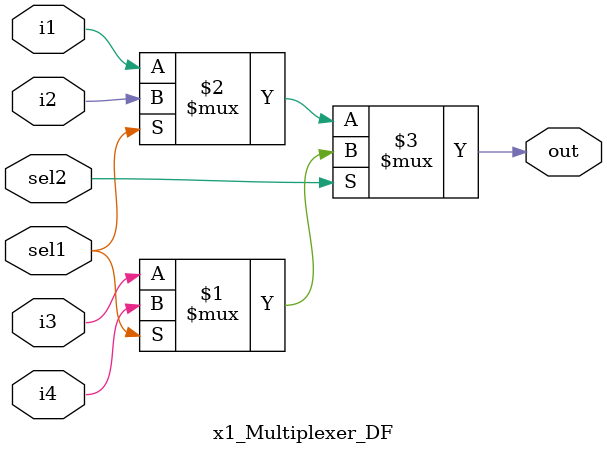
<source format=v>

module x1_Multiplexer_DF(
input i1, i2, i3, i4, sel1, sel2,
output out
    );
    assign out=sel2?(sel1? i4 : i3):(sel1 ? i2 : i1);
endmodule

</source>
